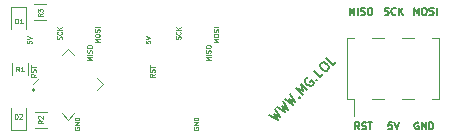
<source format=gbr>
G04 #@! TF.GenerationSoftware,KiCad,Pcbnew,(5.1.2-1)-1*
G04 #@! TF.CreationDate,2019-07-19T11:44:39-07:00*
G04 #@! TF.ProjectId,class v3 - all,636c6173-7320-4763-9320-2d20616c6c2e,rev?*
G04 #@! TF.SameCoordinates,Original*
G04 #@! TF.FileFunction,Legend,Top*
G04 #@! TF.FilePolarity,Positive*
%FSLAX46Y46*%
G04 Gerber Fmt 4.6, Leading zero omitted, Abs format (unit mm)*
G04 Created by KiCad (PCBNEW (5.1.2-1)-1) date 2019-07-19 11:44:39*
%MOMM*%
%LPD*%
G04 APERTURE LIST*
%ADD10C,0.150000*%
%ADD11C,0.200000*%
%ADD12C,0.120000*%
%ADD13C,0.100000*%
G04 APERTURE END LIST*
D10*
X119991572Y-94108866D02*
X120691945Y-94539865D01*
X120395633Y-94028054D01*
X120907444Y-94324366D01*
X120476446Y-93623993D01*
X120638070Y-93462369D02*
X121338442Y-93893367D01*
X121042131Y-93381557D01*
X121553942Y-93677868D01*
X121122943Y-92977496D01*
X121284568Y-92815871D02*
X121984940Y-93246870D01*
X121688629Y-92735059D01*
X122200439Y-93031370D01*
X121769441Y-92330998D01*
X122496751Y-92627309D02*
X122550625Y-92627309D01*
X122550625Y-92681184D01*
X122496751Y-92681184D01*
X122496751Y-92627309D01*
X122550625Y-92681184D01*
X122820000Y-92411810D02*
X122254314Y-91846125D01*
X122846937Y-92061624D01*
X122631438Y-91469001D01*
X123197123Y-92034687D01*
X123224061Y-90930253D02*
X123143248Y-90957190D01*
X123062436Y-91038003D01*
X123008561Y-91145752D01*
X123008561Y-91253502D01*
X123035499Y-91334314D01*
X123116311Y-91469001D01*
X123197123Y-91549813D01*
X123331810Y-91630625D01*
X123412622Y-91657563D01*
X123520372Y-91657563D01*
X123628122Y-91603688D01*
X123681996Y-91549813D01*
X123735871Y-91442064D01*
X123735871Y-91388189D01*
X123547309Y-91199627D01*
X123439560Y-91307377D01*
X123978308Y-91145752D02*
X124032183Y-91145752D01*
X124032183Y-91199627D01*
X123978308Y-91199627D01*
X123978308Y-91145752D01*
X124032183Y-91199627D01*
X124570931Y-90660879D02*
X124301557Y-90930253D01*
X123735871Y-90364568D01*
X124301557Y-89798882D02*
X124409306Y-89691133D01*
X124490118Y-89664195D01*
X124597868Y-89664195D01*
X124732555Y-89745007D01*
X124921117Y-89933569D01*
X125001929Y-90068256D01*
X125001929Y-90176006D01*
X124974992Y-90256818D01*
X124867242Y-90364568D01*
X124786430Y-90391505D01*
X124678680Y-90391505D01*
X124543993Y-90310693D01*
X124355431Y-90122131D01*
X124274619Y-89987444D01*
X124274619Y-89879694D01*
X124301557Y-89798882D01*
X125621489Y-89610320D02*
X125352115Y-89879694D01*
X124786430Y-89314009D01*
D11*
X100110000Y-92030000D02*
G75*
G03X100110000Y-92030000I-100000J0D01*
G01*
D12*
X131230000Y-87600000D02*
X132250000Y-87600000D01*
X131230000Y-92800000D02*
X132250000Y-92800000D01*
X128690000Y-87600000D02*
X129710000Y-87600000D01*
X128690000Y-92800000D02*
X129710000Y-92800000D01*
X133770000Y-87600000D02*
X134340000Y-87600000D01*
X133770000Y-92800000D02*
X134340000Y-92800000D01*
X126600000Y-87600000D02*
X127170000Y-87600000D01*
X126600000Y-92800000D02*
X127170000Y-92800000D01*
X127170000Y-94240000D02*
X127170000Y-92800000D01*
X134340000Y-92800000D02*
X134340000Y-87600000D01*
X126600000Y-92800000D02*
X126600000Y-87600000D01*
X99350000Y-85030000D02*
X98150000Y-85030000D01*
X99350000Y-86880000D02*
X99350000Y-85030000D01*
X98150000Y-86880000D02*
X98150000Y-85030000D01*
X98150000Y-95410000D02*
X99350000Y-95410000D01*
X98150000Y-93560000D02*
X98150000Y-95410000D01*
X99350000Y-93560000D02*
X99350000Y-95410000D01*
X99520000Y-89720000D02*
X99520000Y-90720000D01*
X98160000Y-90720000D02*
X98160000Y-89720000D01*
X101090000Y-86100000D02*
X100090000Y-86100000D01*
X100090000Y-84740000D02*
X101090000Y-84740000D01*
X100120000Y-93870000D02*
X101120000Y-93870000D01*
X101120000Y-95230000D02*
X100120000Y-95230000D01*
X102427348Y-89058662D02*
X102940000Y-88546009D01*
X102940000Y-88546009D02*
X103452652Y-89058662D01*
X103452652Y-94001338D02*
X102940000Y-94513991D01*
X102940000Y-94513991D02*
X102427348Y-94001338D01*
X105411338Y-92042652D02*
X105923991Y-91530000D01*
X105923991Y-91530000D02*
X105411338Y-91017348D01*
X100468662Y-91017348D02*
X99956009Y-91530000D01*
D10*
X127611428Y-95351428D02*
X127411428Y-95065714D01*
X127268571Y-95351428D02*
X127268571Y-94751428D01*
X127497142Y-94751428D01*
X127554285Y-94780000D01*
X127582857Y-94808571D01*
X127611428Y-94865714D01*
X127611428Y-94951428D01*
X127582857Y-95008571D01*
X127554285Y-95037142D01*
X127497142Y-95065714D01*
X127268571Y-95065714D01*
X127840000Y-95322857D02*
X127925714Y-95351428D01*
X128068571Y-95351428D01*
X128125714Y-95322857D01*
X128154285Y-95294285D01*
X128182857Y-95237142D01*
X128182857Y-95180000D01*
X128154285Y-95122857D01*
X128125714Y-95094285D01*
X128068571Y-95065714D01*
X127954285Y-95037142D01*
X127897142Y-95008571D01*
X127868571Y-94980000D01*
X127840000Y-94922857D01*
X127840000Y-94865714D01*
X127868571Y-94808571D01*
X127897142Y-94780000D01*
X127954285Y-94751428D01*
X128097142Y-94751428D01*
X128182857Y-94780000D01*
X128354285Y-94751428D02*
X128697142Y-94751428D01*
X128525714Y-95351428D02*
X128525714Y-94751428D01*
X132257142Y-85651428D02*
X132257142Y-85051428D01*
X132457142Y-85480000D01*
X132657142Y-85051428D01*
X132657142Y-85651428D01*
X133057142Y-85051428D02*
X133171428Y-85051428D01*
X133228571Y-85080000D01*
X133285714Y-85137142D01*
X133314285Y-85251428D01*
X133314285Y-85451428D01*
X133285714Y-85565714D01*
X133228571Y-85622857D01*
X133171428Y-85651428D01*
X133057142Y-85651428D01*
X133000000Y-85622857D01*
X132942857Y-85565714D01*
X132914285Y-85451428D01*
X132914285Y-85251428D01*
X132942857Y-85137142D01*
X133000000Y-85080000D01*
X133057142Y-85051428D01*
X133542857Y-85622857D02*
X133628571Y-85651428D01*
X133771428Y-85651428D01*
X133828571Y-85622857D01*
X133857142Y-85594285D01*
X133885714Y-85537142D01*
X133885714Y-85480000D01*
X133857142Y-85422857D01*
X133828571Y-85394285D01*
X133771428Y-85365714D01*
X133657142Y-85337142D01*
X133600000Y-85308571D01*
X133571428Y-85280000D01*
X133542857Y-85222857D01*
X133542857Y-85165714D01*
X133571428Y-85108571D01*
X133600000Y-85080000D01*
X133657142Y-85051428D01*
X133800000Y-85051428D01*
X133885714Y-85080000D01*
X134142857Y-85651428D02*
X134142857Y-85051428D01*
X130365714Y-94751428D02*
X130080000Y-94751428D01*
X130051428Y-95037142D01*
X130080000Y-95008571D01*
X130137142Y-94980000D01*
X130280000Y-94980000D01*
X130337142Y-95008571D01*
X130365714Y-95037142D01*
X130394285Y-95094285D01*
X130394285Y-95237142D01*
X130365714Y-95294285D01*
X130337142Y-95322857D01*
X130280000Y-95351428D01*
X130137142Y-95351428D01*
X130080000Y-95322857D01*
X130051428Y-95294285D01*
X130565714Y-94751428D02*
X130765714Y-95351428D01*
X130965714Y-94751428D01*
X129738571Y-85622857D02*
X129824285Y-85651428D01*
X129967142Y-85651428D01*
X130024285Y-85622857D01*
X130052857Y-85594285D01*
X130081428Y-85537142D01*
X130081428Y-85480000D01*
X130052857Y-85422857D01*
X130024285Y-85394285D01*
X129967142Y-85365714D01*
X129852857Y-85337142D01*
X129795714Y-85308571D01*
X129767142Y-85280000D01*
X129738571Y-85222857D01*
X129738571Y-85165714D01*
X129767142Y-85108571D01*
X129795714Y-85080000D01*
X129852857Y-85051428D01*
X129995714Y-85051428D01*
X130081428Y-85080000D01*
X130681428Y-85594285D02*
X130652857Y-85622857D01*
X130567142Y-85651428D01*
X130510000Y-85651428D01*
X130424285Y-85622857D01*
X130367142Y-85565714D01*
X130338571Y-85508571D01*
X130310000Y-85394285D01*
X130310000Y-85308571D01*
X130338571Y-85194285D01*
X130367142Y-85137142D01*
X130424285Y-85080000D01*
X130510000Y-85051428D01*
X130567142Y-85051428D01*
X130652857Y-85080000D01*
X130681428Y-85108571D01*
X130938571Y-85651428D02*
X130938571Y-85051428D01*
X131281428Y-85651428D02*
X131024285Y-85308571D01*
X131281428Y-85051428D02*
X130938571Y-85394285D01*
X132612857Y-94780000D02*
X132555714Y-94751428D01*
X132470000Y-94751428D01*
X132384285Y-94780000D01*
X132327142Y-94837142D01*
X132298571Y-94894285D01*
X132270000Y-95008571D01*
X132270000Y-95094285D01*
X132298571Y-95208571D01*
X132327142Y-95265714D01*
X132384285Y-95322857D01*
X132470000Y-95351428D01*
X132527142Y-95351428D01*
X132612857Y-95322857D01*
X132641428Y-95294285D01*
X132641428Y-95094285D01*
X132527142Y-95094285D01*
X132898571Y-95351428D02*
X132898571Y-94751428D01*
X133241428Y-95351428D01*
X133241428Y-94751428D01*
X133527142Y-95351428D02*
X133527142Y-94751428D01*
X133670000Y-94751428D01*
X133755714Y-94780000D01*
X133812857Y-94837142D01*
X133841428Y-94894285D01*
X133870000Y-95008571D01*
X133870000Y-95094285D01*
X133841428Y-95208571D01*
X133812857Y-95265714D01*
X133755714Y-95322857D01*
X133670000Y-95351428D01*
X133527142Y-95351428D01*
X126787142Y-85651428D02*
X126787142Y-85051428D01*
X126987142Y-85480000D01*
X127187142Y-85051428D01*
X127187142Y-85651428D01*
X127472857Y-85651428D02*
X127472857Y-85051428D01*
X127730000Y-85622857D02*
X127815714Y-85651428D01*
X127958571Y-85651428D01*
X128015714Y-85622857D01*
X128044285Y-85594285D01*
X128072857Y-85537142D01*
X128072857Y-85480000D01*
X128044285Y-85422857D01*
X128015714Y-85394285D01*
X127958571Y-85365714D01*
X127844285Y-85337142D01*
X127787142Y-85308571D01*
X127758571Y-85280000D01*
X127730000Y-85222857D01*
X127730000Y-85165714D01*
X127758571Y-85108571D01*
X127787142Y-85080000D01*
X127844285Y-85051428D01*
X127987142Y-85051428D01*
X128072857Y-85080000D01*
X128444285Y-85051428D02*
X128558571Y-85051428D01*
X128615714Y-85080000D01*
X128672857Y-85137142D01*
X128701428Y-85251428D01*
X128701428Y-85451428D01*
X128672857Y-85565714D01*
X128615714Y-85622857D01*
X128558571Y-85651428D01*
X128444285Y-85651428D01*
X128387142Y-85622857D01*
X128330000Y-85565714D01*
X128301428Y-85451428D01*
X128301428Y-85251428D01*
X128330000Y-85137142D01*
X128387142Y-85080000D01*
X128444285Y-85051428D01*
D13*
X115680952Y-87968571D02*
X115280952Y-87968571D01*
X115566666Y-87835238D01*
X115280952Y-87701904D01*
X115680952Y-87701904D01*
X115280952Y-87435238D02*
X115280952Y-87359047D01*
X115300000Y-87320952D01*
X115338095Y-87282857D01*
X115414285Y-87263809D01*
X115547619Y-87263809D01*
X115623809Y-87282857D01*
X115661904Y-87320952D01*
X115680952Y-87359047D01*
X115680952Y-87435238D01*
X115661904Y-87473333D01*
X115623809Y-87511428D01*
X115547619Y-87530476D01*
X115414285Y-87530476D01*
X115338095Y-87511428D01*
X115300000Y-87473333D01*
X115280952Y-87435238D01*
X115661904Y-87111428D02*
X115680952Y-87054285D01*
X115680952Y-86959047D01*
X115661904Y-86920952D01*
X115642857Y-86901904D01*
X115604761Y-86882857D01*
X115566666Y-86882857D01*
X115528571Y-86901904D01*
X115509523Y-86920952D01*
X115490476Y-86959047D01*
X115471428Y-87035238D01*
X115452380Y-87073333D01*
X115433333Y-87092380D01*
X115395238Y-87111428D01*
X115357142Y-87111428D01*
X115319047Y-87092380D01*
X115300000Y-87073333D01*
X115280952Y-87035238D01*
X115280952Y-86940000D01*
X115300000Y-86882857D01*
X115680952Y-86711428D02*
X115280952Y-86711428D01*
X115020952Y-89498571D02*
X114620952Y-89498571D01*
X114906666Y-89365238D01*
X114620952Y-89231904D01*
X115020952Y-89231904D01*
X115020952Y-89041428D02*
X114620952Y-89041428D01*
X115001904Y-88870000D02*
X115020952Y-88812857D01*
X115020952Y-88717619D01*
X115001904Y-88679523D01*
X114982857Y-88660476D01*
X114944761Y-88641428D01*
X114906666Y-88641428D01*
X114868571Y-88660476D01*
X114849523Y-88679523D01*
X114830476Y-88717619D01*
X114811428Y-88793809D01*
X114792380Y-88831904D01*
X114773333Y-88850952D01*
X114735238Y-88870000D01*
X114697142Y-88870000D01*
X114659047Y-88850952D01*
X114640000Y-88831904D01*
X114620952Y-88793809D01*
X114620952Y-88698571D01*
X114640000Y-88641428D01*
X114620952Y-88393809D02*
X114620952Y-88317619D01*
X114640000Y-88279523D01*
X114678095Y-88241428D01*
X114754285Y-88222380D01*
X114887619Y-88222380D01*
X114963809Y-88241428D01*
X115001904Y-88279523D01*
X115020952Y-88317619D01*
X115020952Y-88393809D01*
X115001904Y-88431904D01*
X114963809Y-88470000D01*
X114887619Y-88489047D01*
X114754285Y-88489047D01*
X114678095Y-88470000D01*
X114640000Y-88431904D01*
X114620952Y-88393809D01*
X110270952Y-90659047D02*
X110080476Y-90792380D01*
X110270952Y-90887619D02*
X109870952Y-90887619D01*
X109870952Y-90735238D01*
X109890000Y-90697142D01*
X109909047Y-90678095D01*
X109947142Y-90659047D01*
X110004285Y-90659047D01*
X110042380Y-90678095D01*
X110061428Y-90697142D01*
X110080476Y-90735238D01*
X110080476Y-90887619D01*
X110251904Y-90506666D02*
X110270952Y-90449523D01*
X110270952Y-90354285D01*
X110251904Y-90316190D01*
X110232857Y-90297142D01*
X110194761Y-90278095D01*
X110156666Y-90278095D01*
X110118571Y-90297142D01*
X110099523Y-90316190D01*
X110080476Y-90354285D01*
X110061428Y-90430476D01*
X110042380Y-90468571D01*
X110023333Y-90487619D01*
X109985238Y-90506666D01*
X109947142Y-90506666D01*
X109909047Y-90487619D01*
X109890000Y-90468571D01*
X109870952Y-90430476D01*
X109870952Y-90335238D01*
X109890000Y-90278095D01*
X109870952Y-90163809D02*
X109870952Y-89935238D01*
X110270952Y-90049523D02*
X109870952Y-90049523D01*
X113590000Y-95184761D02*
X113570952Y-95222857D01*
X113570952Y-95280000D01*
X113590000Y-95337142D01*
X113628095Y-95375238D01*
X113666190Y-95394285D01*
X113742380Y-95413333D01*
X113799523Y-95413333D01*
X113875714Y-95394285D01*
X113913809Y-95375238D01*
X113951904Y-95337142D01*
X113970952Y-95280000D01*
X113970952Y-95241904D01*
X113951904Y-95184761D01*
X113932857Y-95165714D01*
X113799523Y-95165714D01*
X113799523Y-95241904D01*
X113970952Y-94994285D02*
X113570952Y-94994285D01*
X113970952Y-94765714D01*
X113570952Y-94765714D01*
X113970952Y-94575238D02*
X113570952Y-94575238D01*
X113570952Y-94480000D01*
X113590000Y-94422857D01*
X113628095Y-94384761D01*
X113666190Y-94365714D01*
X113742380Y-94346666D01*
X113799523Y-94346666D01*
X113875714Y-94365714D01*
X113913809Y-94384761D01*
X113951904Y-94422857D01*
X113970952Y-94480000D01*
X113970952Y-94575238D01*
X112461904Y-87704285D02*
X112480952Y-87647142D01*
X112480952Y-87551904D01*
X112461904Y-87513809D01*
X112442857Y-87494761D01*
X112404761Y-87475714D01*
X112366666Y-87475714D01*
X112328571Y-87494761D01*
X112309523Y-87513809D01*
X112290476Y-87551904D01*
X112271428Y-87628095D01*
X112252380Y-87666190D01*
X112233333Y-87685238D01*
X112195238Y-87704285D01*
X112157142Y-87704285D01*
X112119047Y-87685238D01*
X112100000Y-87666190D01*
X112080952Y-87628095D01*
X112080952Y-87532857D01*
X112100000Y-87475714D01*
X112442857Y-87075714D02*
X112461904Y-87094761D01*
X112480952Y-87151904D01*
X112480952Y-87190000D01*
X112461904Y-87247142D01*
X112423809Y-87285238D01*
X112385714Y-87304285D01*
X112309523Y-87323333D01*
X112252380Y-87323333D01*
X112176190Y-87304285D01*
X112138095Y-87285238D01*
X112100000Y-87247142D01*
X112080952Y-87190000D01*
X112080952Y-87151904D01*
X112100000Y-87094761D01*
X112119047Y-87075714D01*
X112480952Y-86904285D02*
X112080952Y-86904285D01*
X112480952Y-86675714D02*
X112252380Y-86847142D01*
X112080952Y-86675714D02*
X112309523Y-86904285D01*
X109510952Y-87866190D02*
X109510952Y-88056666D01*
X109701428Y-88075714D01*
X109682380Y-88056666D01*
X109663333Y-88018571D01*
X109663333Y-87923333D01*
X109682380Y-87885238D01*
X109701428Y-87866190D01*
X109739523Y-87847142D01*
X109834761Y-87847142D01*
X109872857Y-87866190D01*
X109891904Y-87885238D01*
X109910952Y-87923333D01*
X109910952Y-88018571D01*
X109891904Y-88056666D01*
X109872857Y-88075714D01*
X109510952Y-87732857D02*
X109910952Y-87599523D01*
X109510952Y-87466190D01*
X98484761Y-86370952D02*
X98484761Y-85970952D01*
X98580000Y-85970952D01*
X98637142Y-85990000D01*
X98675238Y-86028095D01*
X98694285Y-86066190D01*
X98713333Y-86142380D01*
X98713333Y-86199523D01*
X98694285Y-86275714D01*
X98675238Y-86313809D01*
X98637142Y-86351904D01*
X98580000Y-86370952D01*
X98484761Y-86370952D01*
X99094285Y-86370952D02*
X98865714Y-86370952D01*
X98980000Y-86370952D02*
X98980000Y-85970952D01*
X98941904Y-86028095D01*
X98903809Y-86066190D01*
X98865714Y-86085238D01*
X98444761Y-94450952D02*
X98444761Y-94050952D01*
X98540000Y-94050952D01*
X98597142Y-94070000D01*
X98635238Y-94108095D01*
X98654285Y-94146190D01*
X98673333Y-94222380D01*
X98673333Y-94279523D01*
X98654285Y-94355714D01*
X98635238Y-94393809D01*
X98597142Y-94431904D01*
X98540000Y-94450952D01*
X98444761Y-94450952D01*
X98825714Y-94089047D02*
X98844761Y-94070000D01*
X98882857Y-94050952D01*
X98978095Y-94050952D01*
X99016190Y-94070000D01*
X99035238Y-94089047D01*
X99054285Y-94127142D01*
X99054285Y-94165238D01*
X99035238Y-94222380D01*
X98806666Y-94450952D01*
X99054285Y-94450952D01*
X99450952Y-87866190D02*
X99450952Y-88056666D01*
X99641428Y-88075714D01*
X99622380Y-88056666D01*
X99603333Y-88018571D01*
X99603333Y-87923333D01*
X99622380Y-87885238D01*
X99641428Y-87866190D01*
X99679523Y-87847142D01*
X99774761Y-87847142D01*
X99812857Y-87866190D01*
X99831904Y-87885238D01*
X99850952Y-87923333D01*
X99850952Y-88018571D01*
X99831904Y-88056666D01*
X99812857Y-88075714D01*
X99450952Y-87732857D02*
X99850952Y-87599523D01*
X99450952Y-87466190D01*
X103530000Y-95184761D02*
X103510952Y-95222857D01*
X103510952Y-95280000D01*
X103530000Y-95337142D01*
X103568095Y-95375238D01*
X103606190Y-95394285D01*
X103682380Y-95413333D01*
X103739523Y-95413333D01*
X103815714Y-95394285D01*
X103853809Y-95375238D01*
X103891904Y-95337142D01*
X103910952Y-95280000D01*
X103910952Y-95241904D01*
X103891904Y-95184761D01*
X103872857Y-95165714D01*
X103739523Y-95165714D01*
X103739523Y-95241904D01*
X103910952Y-94994285D02*
X103510952Y-94994285D01*
X103910952Y-94765714D01*
X103510952Y-94765714D01*
X103910952Y-94575238D02*
X103510952Y-94575238D01*
X103510952Y-94480000D01*
X103530000Y-94422857D01*
X103568095Y-94384761D01*
X103606190Y-94365714D01*
X103682380Y-94346666D01*
X103739523Y-94346666D01*
X103815714Y-94365714D01*
X103853809Y-94384761D01*
X103891904Y-94422857D01*
X103910952Y-94480000D01*
X103910952Y-94575238D01*
X98803333Y-90430952D02*
X98670000Y-90240476D01*
X98574761Y-90430952D02*
X98574761Y-90030952D01*
X98727142Y-90030952D01*
X98765238Y-90050000D01*
X98784285Y-90069047D01*
X98803333Y-90107142D01*
X98803333Y-90164285D01*
X98784285Y-90202380D01*
X98765238Y-90221428D01*
X98727142Y-90240476D01*
X98574761Y-90240476D01*
X99184285Y-90430952D02*
X98955714Y-90430952D01*
X99070000Y-90430952D02*
X99070000Y-90030952D01*
X99031904Y-90088095D01*
X98993809Y-90126190D01*
X98955714Y-90145238D01*
X100780952Y-85536666D02*
X100590476Y-85670000D01*
X100780952Y-85765238D02*
X100380952Y-85765238D01*
X100380952Y-85612857D01*
X100400000Y-85574761D01*
X100419047Y-85555714D01*
X100457142Y-85536666D01*
X100514285Y-85536666D01*
X100552380Y-85555714D01*
X100571428Y-85574761D01*
X100590476Y-85612857D01*
X100590476Y-85765238D01*
X100380952Y-85403333D02*
X100380952Y-85155714D01*
X100533333Y-85289047D01*
X100533333Y-85231904D01*
X100552380Y-85193809D01*
X100571428Y-85174761D01*
X100609523Y-85155714D01*
X100704761Y-85155714D01*
X100742857Y-85174761D01*
X100761904Y-85193809D01*
X100780952Y-85231904D01*
X100780952Y-85346190D01*
X100761904Y-85384285D01*
X100742857Y-85403333D01*
X100810952Y-94586666D02*
X100620476Y-94720000D01*
X100810952Y-94815238D02*
X100410952Y-94815238D01*
X100410952Y-94662857D01*
X100430000Y-94624761D01*
X100449047Y-94605714D01*
X100487142Y-94586666D01*
X100544285Y-94586666D01*
X100582380Y-94605714D01*
X100601428Y-94624761D01*
X100620476Y-94662857D01*
X100620476Y-94815238D01*
X100449047Y-94434285D02*
X100430000Y-94415238D01*
X100410952Y-94377142D01*
X100410952Y-94281904D01*
X100430000Y-94243809D01*
X100449047Y-94224761D01*
X100487142Y-94205714D01*
X100525238Y-94205714D01*
X100582380Y-94224761D01*
X100810952Y-94453333D01*
X100810952Y-94205714D01*
X100210952Y-90659047D02*
X100020476Y-90792380D01*
X100210952Y-90887619D02*
X99810952Y-90887619D01*
X99810952Y-90735238D01*
X99830000Y-90697142D01*
X99849047Y-90678095D01*
X99887142Y-90659047D01*
X99944285Y-90659047D01*
X99982380Y-90678095D01*
X100001428Y-90697142D01*
X100020476Y-90735238D01*
X100020476Y-90887619D01*
X100191904Y-90506666D02*
X100210952Y-90449523D01*
X100210952Y-90354285D01*
X100191904Y-90316190D01*
X100172857Y-90297142D01*
X100134761Y-90278095D01*
X100096666Y-90278095D01*
X100058571Y-90297142D01*
X100039523Y-90316190D01*
X100020476Y-90354285D01*
X100001428Y-90430476D01*
X99982380Y-90468571D01*
X99963333Y-90487619D01*
X99925238Y-90506666D01*
X99887142Y-90506666D01*
X99849047Y-90487619D01*
X99830000Y-90468571D01*
X99810952Y-90430476D01*
X99810952Y-90335238D01*
X99830000Y-90278095D01*
X99810952Y-90163809D02*
X99810952Y-89935238D01*
X100210952Y-90049523D02*
X99810952Y-90049523D01*
X104960952Y-89498571D02*
X104560952Y-89498571D01*
X104846666Y-89365238D01*
X104560952Y-89231904D01*
X104960952Y-89231904D01*
X104960952Y-89041428D02*
X104560952Y-89041428D01*
X104941904Y-88870000D02*
X104960952Y-88812857D01*
X104960952Y-88717619D01*
X104941904Y-88679523D01*
X104922857Y-88660476D01*
X104884761Y-88641428D01*
X104846666Y-88641428D01*
X104808571Y-88660476D01*
X104789523Y-88679523D01*
X104770476Y-88717619D01*
X104751428Y-88793809D01*
X104732380Y-88831904D01*
X104713333Y-88850952D01*
X104675238Y-88870000D01*
X104637142Y-88870000D01*
X104599047Y-88850952D01*
X104580000Y-88831904D01*
X104560952Y-88793809D01*
X104560952Y-88698571D01*
X104580000Y-88641428D01*
X104560952Y-88393809D02*
X104560952Y-88317619D01*
X104580000Y-88279523D01*
X104618095Y-88241428D01*
X104694285Y-88222380D01*
X104827619Y-88222380D01*
X104903809Y-88241428D01*
X104941904Y-88279523D01*
X104960952Y-88317619D01*
X104960952Y-88393809D01*
X104941904Y-88431904D01*
X104903809Y-88470000D01*
X104827619Y-88489047D01*
X104694285Y-88489047D01*
X104618095Y-88470000D01*
X104580000Y-88431904D01*
X104560952Y-88393809D01*
X105620952Y-87968571D02*
X105220952Y-87968571D01*
X105506666Y-87835238D01*
X105220952Y-87701904D01*
X105620952Y-87701904D01*
X105220952Y-87435238D02*
X105220952Y-87359047D01*
X105240000Y-87320952D01*
X105278095Y-87282857D01*
X105354285Y-87263809D01*
X105487619Y-87263809D01*
X105563809Y-87282857D01*
X105601904Y-87320952D01*
X105620952Y-87359047D01*
X105620952Y-87435238D01*
X105601904Y-87473333D01*
X105563809Y-87511428D01*
X105487619Y-87530476D01*
X105354285Y-87530476D01*
X105278095Y-87511428D01*
X105240000Y-87473333D01*
X105220952Y-87435238D01*
X105601904Y-87111428D02*
X105620952Y-87054285D01*
X105620952Y-86959047D01*
X105601904Y-86920952D01*
X105582857Y-86901904D01*
X105544761Y-86882857D01*
X105506666Y-86882857D01*
X105468571Y-86901904D01*
X105449523Y-86920952D01*
X105430476Y-86959047D01*
X105411428Y-87035238D01*
X105392380Y-87073333D01*
X105373333Y-87092380D01*
X105335238Y-87111428D01*
X105297142Y-87111428D01*
X105259047Y-87092380D01*
X105240000Y-87073333D01*
X105220952Y-87035238D01*
X105220952Y-86940000D01*
X105240000Y-86882857D01*
X105620952Y-86711428D02*
X105220952Y-86711428D01*
X102401904Y-87704285D02*
X102420952Y-87647142D01*
X102420952Y-87551904D01*
X102401904Y-87513809D01*
X102382857Y-87494761D01*
X102344761Y-87475714D01*
X102306666Y-87475714D01*
X102268571Y-87494761D01*
X102249523Y-87513809D01*
X102230476Y-87551904D01*
X102211428Y-87628095D01*
X102192380Y-87666190D01*
X102173333Y-87685238D01*
X102135238Y-87704285D01*
X102097142Y-87704285D01*
X102059047Y-87685238D01*
X102040000Y-87666190D01*
X102020952Y-87628095D01*
X102020952Y-87532857D01*
X102040000Y-87475714D01*
X102382857Y-87075714D02*
X102401904Y-87094761D01*
X102420952Y-87151904D01*
X102420952Y-87190000D01*
X102401904Y-87247142D01*
X102363809Y-87285238D01*
X102325714Y-87304285D01*
X102249523Y-87323333D01*
X102192380Y-87323333D01*
X102116190Y-87304285D01*
X102078095Y-87285238D01*
X102040000Y-87247142D01*
X102020952Y-87190000D01*
X102020952Y-87151904D01*
X102040000Y-87094761D01*
X102059047Y-87075714D01*
X102420952Y-86904285D02*
X102020952Y-86904285D01*
X102420952Y-86675714D02*
X102192380Y-86847142D01*
X102020952Y-86675714D02*
X102249523Y-86904285D01*
D10*
M02*

</source>
